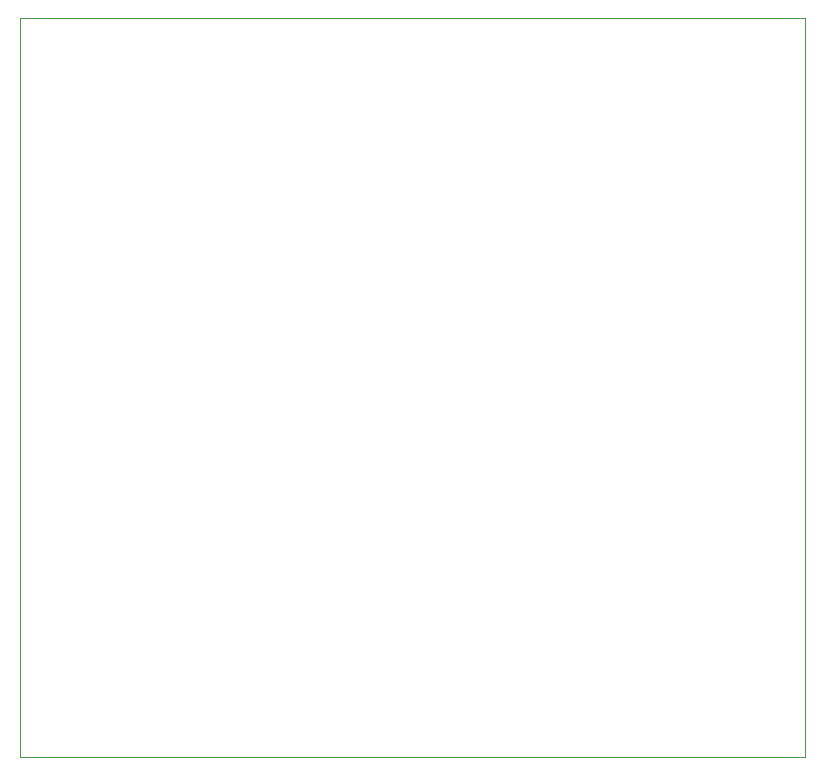
<source format=gm1>
G04 #@! TF.GenerationSoftware,KiCad,Pcbnew,5.1.4-e60b266~84~ubuntu16.04.1*
G04 #@! TF.CreationDate,2019-09-26T20:17:56+05:30*
G04 #@! TF.ProjectId,sick_kinect_powerBoard,7369636b-5f6b-4696-9e65-63745f706f77,rev?*
G04 #@! TF.SameCoordinates,Original*
G04 #@! TF.FileFunction,Profile,NP*
%FSLAX46Y46*%
G04 Gerber Fmt 4.6, Leading zero omitted, Abs format (unit mm)*
G04 Created by KiCad (PCBNEW 5.1.4-e60b266~84~ubuntu16.04.1) date 2019-09-26 20:17:56*
%MOMM*%
%LPD*%
G04 APERTURE LIST*
%ADD10C,0.050000*%
G04 APERTURE END LIST*
D10*
X176350000Y-54450000D02*
X109850000Y-54450000D01*
X176350000Y-117000000D02*
X176350000Y-54450000D01*
X109850000Y-117000000D02*
X176350000Y-117000000D01*
X109850000Y-54450000D02*
X109850000Y-117000000D01*
M02*

</source>
